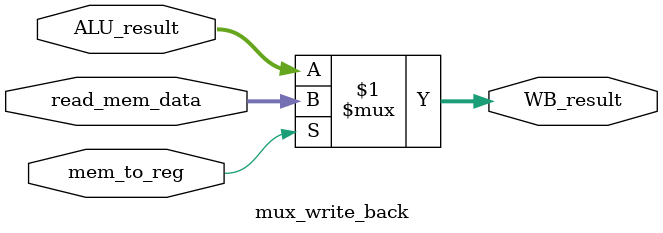
<source format=v>

`timescale 1ns/1ps
module mux_write_back(WB_result,ALU_result,read_mem_data,mem_to_reg);
output [31:0] WB_result;
input [31:0] read_mem_data;
input [31:0] ALU_result;
input mem_to_reg;

assign WB_result = mem_to_reg ? read_mem_data : ALU_result;
endmodule


</source>
